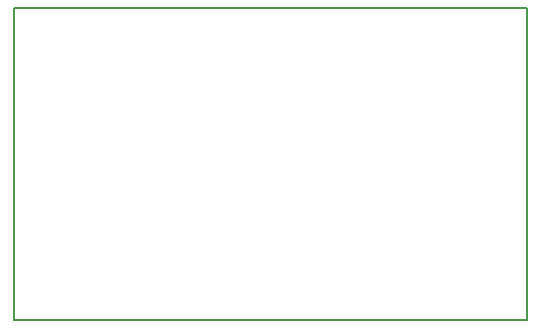
<source format=gbr>
G04 #@! TF.FileFunction,Profile,NP*
%FSLAX46Y46*%
G04 Gerber Fmt 4.6, Leading zero omitted, Abs format (unit mm)*
G04 Created by KiCad (PCBNEW 4.0.2+dfsg1-stable) date Qua 18 Mai 2016 08:00:36 BRT*
%MOMM*%
G01*
G04 APERTURE LIST*
%ADD10C,0.100000*%
%ADD11C,0.150000*%
G04 APERTURE END LIST*
D10*
D11*
X197104000Y-88392000D02*
X153670000Y-88392000D01*
X197104000Y-114808000D02*
X197104000Y-88392000D01*
X153670000Y-114808000D02*
X153670000Y-88392000D01*
X197104000Y-114808000D02*
X153670000Y-114808000D01*
M02*

</source>
